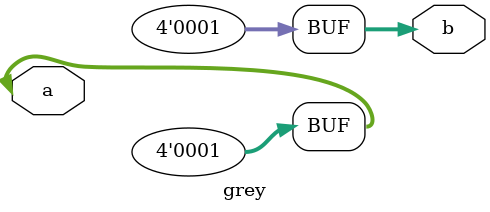
<source format=v>
module grey #(parameter N=4)(
output[N-1:0] b,
input [N-1:0] a
);
assign b[N-1]=a[N-1];
assign a=4'b0001;

  genvar i;
  generate
    for (i =N-2;i>=0; i = i - 1) begin
     assign b[i]=a[i]^a[i+1];
         
    end
  endgenerate
endmodule

</source>
